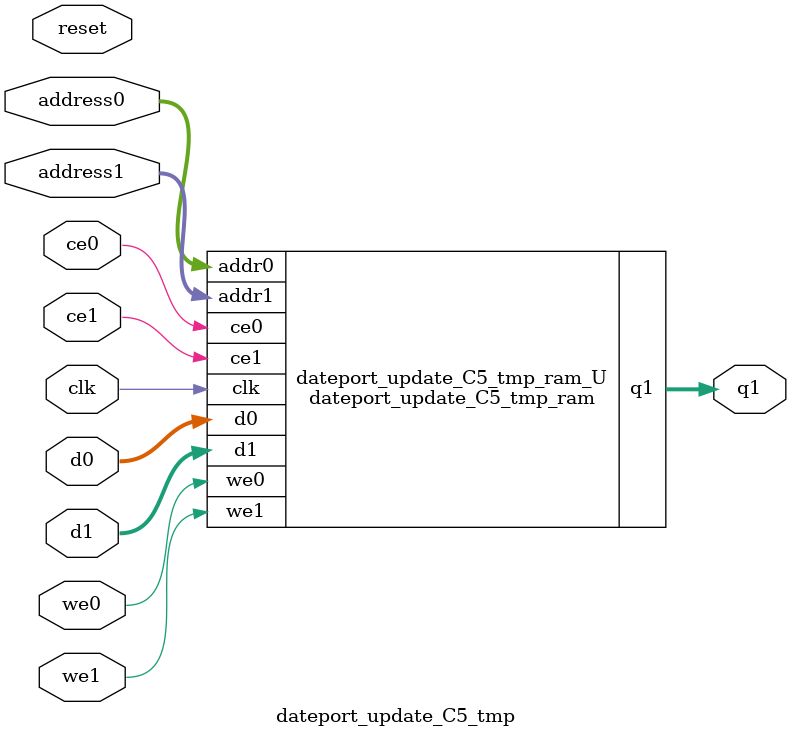
<source format=v>

`timescale 1 ns / 1 ps
module dateport_update_C5_tmp_ram (addr0, ce0, d0, we0, addr1, ce1, d1, we1, q1,  clk);

parameter DWIDTH = 32;
parameter AWIDTH = 5;
parameter MEM_SIZE = 25;

input[AWIDTH-1:0] addr0;
input ce0;
input[DWIDTH-1:0] d0;
input we0;
input[AWIDTH-1:0] addr1;
input ce1;
input[DWIDTH-1:0] d1;
input we1;
output reg[DWIDTH-1:0] q1;
input clk;

(* ram_style = "block" *)reg [DWIDTH-1:0] ram[MEM_SIZE-1:0];




always @(posedge clk)  
begin 
    if (ce0) 
    begin
        if (we0) 
        begin 
            ram[addr0] <= d0; 
        end 
    end
end


always @(posedge clk)  
begin 
    if (ce1) 
    begin
        if (we1) 
        begin 
            ram[addr1] <= d1; 
            q1 <= d1;
        end 
        else 
            q1 <= ram[addr1];
    end
end


endmodule


`timescale 1 ns / 1 ps
module dateport_update_C5_tmp(
    reset,
    clk,
    address0,
    ce0,
    we0,
    d0,
    address1,
    ce1,
    we1,
    d1,
    q1);

parameter DataWidth = 32'd32;
parameter AddressRange = 32'd25;
parameter AddressWidth = 32'd5;
input reset;
input clk;
input[AddressWidth - 1:0] address0;
input ce0;
input we0;
input[DataWidth - 1:0] d0;
input[AddressWidth - 1:0] address1;
input ce1;
input we1;
input[DataWidth - 1:0] d1;
output[DataWidth - 1:0] q1;



dateport_update_C5_tmp_ram dateport_update_C5_tmp_ram_U(
    .clk( clk ),
    .addr0( address0 ),
    .ce0( ce0 ),
    .d0( d0 ),
    .we0( we0 ),
    .addr1( address1 ),
    .ce1( ce1 ),
    .d1( d1 ),
    .we1( we1 ),
    .q1( q1 ));

endmodule


</source>
